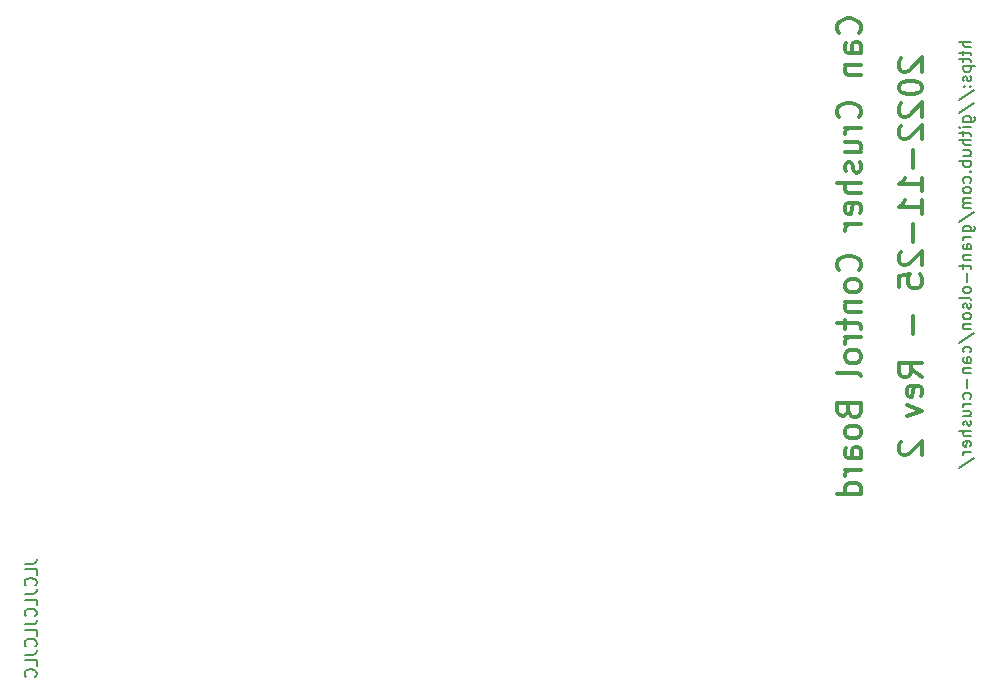
<source format=gbr>
%TF.GenerationSoftware,KiCad,Pcbnew,6.0.9-8da3e8f707~117~ubuntu22.04.1*%
%TF.CreationDate,2022-11-25T15:55:34-05:00*%
%TF.ProjectId,can-crusher,63616e2d-6372-4757-9368-65722e6b6963,2*%
%TF.SameCoordinates,Original*%
%TF.FileFunction,Legend,Bot*%
%TF.FilePolarity,Positive*%
%FSLAX46Y46*%
G04 Gerber Fmt 4.6, Leading zero omitted, Abs format (unit mm)*
G04 Created by KiCad (PCBNEW 6.0.9-8da3e8f707~117~ubuntu22.04.1) date 2022-11-25 15:55:34*
%MOMM*%
%LPD*%
G01*
G04 APERTURE LIST*
%ADD10C,0.150000*%
%ADD11C,0.300000*%
G04 APERTURE END LIST*
D10*
X112482380Y-100887202D02*
X113196666Y-100887202D01*
X113339523Y-100839583D01*
X113434761Y-100744345D01*
X113482380Y-100601488D01*
X113482380Y-100506250D01*
X113482380Y-101839583D02*
X113482380Y-101363392D01*
X112482380Y-101363392D01*
X113387142Y-102744345D02*
X113434761Y-102696726D01*
X113482380Y-102553869D01*
X113482380Y-102458630D01*
X113434761Y-102315773D01*
X113339523Y-102220535D01*
X113244285Y-102172916D01*
X113053809Y-102125297D01*
X112910952Y-102125297D01*
X112720476Y-102172916D01*
X112625238Y-102220535D01*
X112530000Y-102315773D01*
X112482380Y-102458630D01*
X112482380Y-102553869D01*
X112530000Y-102696726D01*
X112577619Y-102744345D01*
X112482380Y-103458630D02*
X113196666Y-103458630D01*
X113339523Y-103411011D01*
X113434761Y-103315773D01*
X113482380Y-103172916D01*
X113482380Y-103077678D01*
X113482380Y-104411011D02*
X113482380Y-103934821D01*
X112482380Y-103934821D01*
X113387142Y-105315773D02*
X113434761Y-105268154D01*
X113482380Y-105125297D01*
X113482380Y-105030059D01*
X113434761Y-104887202D01*
X113339523Y-104791964D01*
X113244285Y-104744345D01*
X113053809Y-104696726D01*
X112910952Y-104696726D01*
X112720476Y-104744345D01*
X112625238Y-104791964D01*
X112530000Y-104887202D01*
X112482380Y-105030059D01*
X112482380Y-105125297D01*
X112530000Y-105268154D01*
X112577619Y-105315773D01*
X112482380Y-106030059D02*
X113196666Y-106030059D01*
X113339523Y-105982440D01*
X113434761Y-105887202D01*
X113482380Y-105744345D01*
X113482380Y-105649107D01*
X113482380Y-106982440D02*
X113482380Y-106506250D01*
X112482380Y-106506250D01*
X113387142Y-107887202D02*
X113434761Y-107839583D01*
X113482380Y-107696726D01*
X113482380Y-107601488D01*
X113434761Y-107458630D01*
X113339523Y-107363392D01*
X113244285Y-107315773D01*
X113053809Y-107268154D01*
X112910952Y-107268154D01*
X112720476Y-107315773D01*
X112625238Y-107363392D01*
X112530000Y-107458630D01*
X112482380Y-107601488D01*
X112482380Y-107696726D01*
X112530000Y-107839583D01*
X112577619Y-107887202D01*
X112482380Y-108601488D02*
X113196666Y-108601488D01*
X113339523Y-108553869D01*
X113434761Y-108458630D01*
X113482380Y-108315773D01*
X113482380Y-108220535D01*
X113482380Y-109553869D02*
X113482380Y-109077678D01*
X112482380Y-109077678D01*
X113387142Y-110458630D02*
X113434761Y-110411011D01*
X113482380Y-110268154D01*
X113482380Y-110172916D01*
X113434761Y-110030059D01*
X113339523Y-109934821D01*
X113244285Y-109887202D01*
X113053809Y-109839583D01*
X112910952Y-109839583D01*
X112720476Y-109887202D01*
X112625238Y-109934821D01*
X112530000Y-110030059D01*
X112482380Y-110172916D01*
X112482380Y-110268154D01*
X112530000Y-110411011D01*
X112577619Y-110458630D01*
X192603380Y-56723619D02*
X191603380Y-56723619D01*
X192603380Y-57152190D02*
X192079571Y-57152190D01*
X191984333Y-57104571D01*
X191936714Y-57009333D01*
X191936714Y-56866476D01*
X191984333Y-56771238D01*
X192031952Y-56723619D01*
X191936714Y-57485523D02*
X191936714Y-57866476D01*
X191603380Y-57628380D02*
X192460523Y-57628380D01*
X192555761Y-57676000D01*
X192603380Y-57771238D01*
X192603380Y-57866476D01*
X191936714Y-58056952D02*
X191936714Y-58437904D01*
X191603380Y-58199809D02*
X192460523Y-58199809D01*
X192555761Y-58247428D01*
X192603380Y-58342666D01*
X192603380Y-58437904D01*
X191936714Y-58771238D02*
X192936714Y-58771238D01*
X191984333Y-58771238D02*
X191936714Y-58866476D01*
X191936714Y-59056952D01*
X191984333Y-59152190D01*
X192031952Y-59199809D01*
X192127190Y-59247428D01*
X192412904Y-59247428D01*
X192508142Y-59199809D01*
X192555761Y-59152190D01*
X192603380Y-59056952D01*
X192603380Y-58866476D01*
X192555761Y-58771238D01*
X192555761Y-59628380D02*
X192603380Y-59723619D01*
X192603380Y-59914095D01*
X192555761Y-60009333D01*
X192460523Y-60056952D01*
X192412904Y-60056952D01*
X192317666Y-60009333D01*
X192270047Y-59914095D01*
X192270047Y-59771238D01*
X192222428Y-59676000D01*
X192127190Y-59628380D01*
X192079571Y-59628380D01*
X191984333Y-59676000D01*
X191936714Y-59771238D01*
X191936714Y-59914095D01*
X191984333Y-60009333D01*
X192508142Y-60485523D02*
X192555761Y-60533142D01*
X192603380Y-60485523D01*
X192555761Y-60437904D01*
X192508142Y-60485523D01*
X192603380Y-60485523D01*
X191984333Y-60485523D02*
X192031952Y-60533142D01*
X192079571Y-60485523D01*
X192031952Y-60437904D01*
X191984333Y-60485523D01*
X192079571Y-60485523D01*
X191555761Y-61676000D02*
X192841476Y-60818857D01*
X191555761Y-62723619D02*
X192841476Y-61866476D01*
X191936714Y-63485523D02*
X192746238Y-63485523D01*
X192841476Y-63437904D01*
X192889095Y-63390285D01*
X192936714Y-63295047D01*
X192936714Y-63152190D01*
X192889095Y-63056952D01*
X192555761Y-63485523D02*
X192603380Y-63390285D01*
X192603380Y-63199809D01*
X192555761Y-63104571D01*
X192508142Y-63056952D01*
X192412904Y-63009333D01*
X192127190Y-63009333D01*
X192031952Y-63056952D01*
X191984333Y-63104571D01*
X191936714Y-63199809D01*
X191936714Y-63390285D01*
X191984333Y-63485523D01*
X192603380Y-63961714D02*
X191936714Y-63961714D01*
X191603380Y-63961714D02*
X191651000Y-63914095D01*
X191698619Y-63961714D01*
X191651000Y-64009333D01*
X191603380Y-63961714D01*
X191698619Y-63961714D01*
X191936714Y-64295047D02*
X191936714Y-64676000D01*
X191603380Y-64437904D02*
X192460523Y-64437904D01*
X192555761Y-64485523D01*
X192603380Y-64580761D01*
X192603380Y-64676000D01*
X192603380Y-65009333D02*
X191603380Y-65009333D01*
X192603380Y-65437904D02*
X192079571Y-65437904D01*
X191984333Y-65390285D01*
X191936714Y-65295047D01*
X191936714Y-65152190D01*
X191984333Y-65056952D01*
X192031952Y-65009333D01*
X191936714Y-66342666D02*
X192603380Y-66342666D01*
X191936714Y-65914095D02*
X192460523Y-65914095D01*
X192555761Y-65961714D01*
X192603380Y-66056952D01*
X192603380Y-66199809D01*
X192555761Y-66295047D01*
X192508142Y-66342666D01*
X192603380Y-66818857D02*
X191603380Y-66818857D01*
X191984333Y-66818857D02*
X191936714Y-66914095D01*
X191936714Y-67104571D01*
X191984333Y-67199809D01*
X192031952Y-67247428D01*
X192127190Y-67295047D01*
X192412904Y-67295047D01*
X192508142Y-67247428D01*
X192555761Y-67199809D01*
X192603380Y-67104571D01*
X192603380Y-66914095D01*
X192555761Y-66818857D01*
X192508142Y-67723619D02*
X192555761Y-67771238D01*
X192603380Y-67723619D01*
X192555761Y-67676000D01*
X192508142Y-67723619D01*
X192603380Y-67723619D01*
X192555761Y-68628380D02*
X192603380Y-68533142D01*
X192603380Y-68342666D01*
X192555761Y-68247428D01*
X192508142Y-68199809D01*
X192412904Y-68152190D01*
X192127190Y-68152190D01*
X192031952Y-68199809D01*
X191984333Y-68247428D01*
X191936714Y-68342666D01*
X191936714Y-68533142D01*
X191984333Y-68628380D01*
X192603380Y-69199809D02*
X192555761Y-69104571D01*
X192508142Y-69056952D01*
X192412904Y-69009333D01*
X192127190Y-69009333D01*
X192031952Y-69056952D01*
X191984333Y-69104571D01*
X191936714Y-69199809D01*
X191936714Y-69342666D01*
X191984333Y-69437904D01*
X192031952Y-69485523D01*
X192127190Y-69533142D01*
X192412904Y-69533142D01*
X192508142Y-69485523D01*
X192555761Y-69437904D01*
X192603380Y-69342666D01*
X192603380Y-69199809D01*
X192603380Y-69961714D02*
X191936714Y-69961714D01*
X192031952Y-69961714D02*
X191984333Y-70009333D01*
X191936714Y-70104571D01*
X191936714Y-70247428D01*
X191984333Y-70342666D01*
X192079571Y-70390285D01*
X192603380Y-70390285D01*
X192079571Y-70390285D02*
X191984333Y-70437904D01*
X191936714Y-70533142D01*
X191936714Y-70676000D01*
X191984333Y-70771238D01*
X192079571Y-70818857D01*
X192603380Y-70818857D01*
X191555761Y-72009333D02*
X192841476Y-71152190D01*
X191936714Y-72771238D02*
X192746238Y-72771238D01*
X192841476Y-72723619D01*
X192889095Y-72676000D01*
X192936714Y-72580761D01*
X192936714Y-72437904D01*
X192889095Y-72342666D01*
X192555761Y-72771238D02*
X192603380Y-72676000D01*
X192603380Y-72485523D01*
X192555761Y-72390285D01*
X192508142Y-72342666D01*
X192412904Y-72295047D01*
X192127190Y-72295047D01*
X192031952Y-72342666D01*
X191984333Y-72390285D01*
X191936714Y-72485523D01*
X191936714Y-72676000D01*
X191984333Y-72771238D01*
X192603380Y-73247428D02*
X191936714Y-73247428D01*
X192127190Y-73247428D02*
X192031952Y-73295047D01*
X191984333Y-73342666D01*
X191936714Y-73437904D01*
X191936714Y-73533142D01*
X192603380Y-74295047D02*
X192079571Y-74295047D01*
X191984333Y-74247428D01*
X191936714Y-74152190D01*
X191936714Y-73961714D01*
X191984333Y-73866476D01*
X192555761Y-74295047D02*
X192603380Y-74199809D01*
X192603380Y-73961714D01*
X192555761Y-73866476D01*
X192460523Y-73818857D01*
X192365285Y-73818857D01*
X192270047Y-73866476D01*
X192222428Y-73961714D01*
X192222428Y-74199809D01*
X192174809Y-74295047D01*
X191936714Y-74771238D02*
X192603380Y-74771238D01*
X192031952Y-74771238D02*
X191984333Y-74818857D01*
X191936714Y-74914095D01*
X191936714Y-75056952D01*
X191984333Y-75152190D01*
X192079571Y-75199809D01*
X192603380Y-75199809D01*
X191936714Y-75533142D02*
X191936714Y-75914095D01*
X191603380Y-75676000D02*
X192460523Y-75676000D01*
X192555761Y-75723619D01*
X192603380Y-75818857D01*
X192603380Y-75914095D01*
X192222428Y-76247428D02*
X192222428Y-77009333D01*
X192603380Y-77628380D02*
X192555761Y-77533142D01*
X192508142Y-77485523D01*
X192412904Y-77437904D01*
X192127190Y-77437904D01*
X192031952Y-77485523D01*
X191984333Y-77533142D01*
X191936714Y-77628380D01*
X191936714Y-77771238D01*
X191984333Y-77866476D01*
X192031952Y-77914095D01*
X192127190Y-77961714D01*
X192412904Y-77961714D01*
X192508142Y-77914095D01*
X192555761Y-77866476D01*
X192603380Y-77771238D01*
X192603380Y-77628380D01*
X192603380Y-78533142D02*
X192555761Y-78437904D01*
X192460523Y-78390285D01*
X191603380Y-78390285D01*
X192555761Y-78866476D02*
X192603380Y-78961714D01*
X192603380Y-79152190D01*
X192555761Y-79247428D01*
X192460523Y-79295047D01*
X192412904Y-79295047D01*
X192317666Y-79247428D01*
X192270047Y-79152190D01*
X192270047Y-79009333D01*
X192222428Y-78914095D01*
X192127190Y-78866476D01*
X192079571Y-78866476D01*
X191984333Y-78914095D01*
X191936714Y-79009333D01*
X191936714Y-79152190D01*
X191984333Y-79247428D01*
X192603380Y-79866476D02*
X192555761Y-79771238D01*
X192508142Y-79723619D01*
X192412904Y-79676000D01*
X192127190Y-79676000D01*
X192031952Y-79723619D01*
X191984333Y-79771238D01*
X191936714Y-79866476D01*
X191936714Y-80009333D01*
X191984333Y-80104571D01*
X192031952Y-80152190D01*
X192127190Y-80199809D01*
X192412904Y-80199809D01*
X192508142Y-80152190D01*
X192555761Y-80104571D01*
X192603380Y-80009333D01*
X192603380Y-79866476D01*
X191936714Y-80628380D02*
X192603380Y-80628380D01*
X192031952Y-80628380D02*
X191984333Y-80676000D01*
X191936714Y-80771238D01*
X191936714Y-80914095D01*
X191984333Y-81009333D01*
X192079571Y-81056952D01*
X192603380Y-81056952D01*
X191555761Y-82247428D02*
X192841476Y-81390285D01*
X192555761Y-83009333D02*
X192603380Y-82914095D01*
X192603380Y-82723619D01*
X192555761Y-82628380D01*
X192508142Y-82580761D01*
X192412904Y-82533142D01*
X192127190Y-82533142D01*
X192031952Y-82580761D01*
X191984333Y-82628380D01*
X191936714Y-82723619D01*
X191936714Y-82914095D01*
X191984333Y-83009333D01*
X192603380Y-83866476D02*
X192079571Y-83866476D01*
X191984333Y-83818857D01*
X191936714Y-83723619D01*
X191936714Y-83533142D01*
X191984333Y-83437904D01*
X192555761Y-83866476D02*
X192603380Y-83771238D01*
X192603380Y-83533142D01*
X192555761Y-83437904D01*
X192460523Y-83390285D01*
X192365285Y-83390285D01*
X192270047Y-83437904D01*
X192222428Y-83533142D01*
X192222428Y-83771238D01*
X192174809Y-83866476D01*
X191936714Y-84342666D02*
X192603380Y-84342666D01*
X192031952Y-84342666D02*
X191984333Y-84390285D01*
X191936714Y-84485523D01*
X191936714Y-84628380D01*
X191984333Y-84723619D01*
X192079571Y-84771238D01*
X192603380Y-84771238D01*
X192222428Y-85247428D02*
X192222428Y-86009333D01*
X192555761Y-86914095D02*
X192603380Y-86818857D01*
X192603380Y-86628380D01*
X192555761Y-86533142D01*
X192508142Y-86485523D01*
X192412904Y-86437904D01*
X192127190Y-86437904D01*
X192031952Y-86485523D01*
X191984333Y-86533142D01*
X191936714Y-86628380D01*
X191936714Y-86818857D01*
X191984333Y-86914095D01*
X192603380Y-87342666D02*
X191936714Y-87342666D01*
X192127190Y-87342666D02*
X192031952Y-87390285D01*
X191984333Y-87437904D01*
X191936714Y-87533142D01*
X191936714Y-87628380D01*
X191936714Y-88390285D02*
X192603380Y-88390285D01*
X191936714Y-87961714D02*
X192460523Y-87961714D01*
X192555761Y-88009333D01*
X192603380Y-88104571D01*
X192603380Y-88247428D01*
X192555761Y-88342666D01*
X192508142Y-88390285D01*
X192555761Y-88818857D02*
X192603380Y-88914095D01*
X192603380Y-89104571D01*
X192555761Y-89199809D01*
X192460523Y-89247428D01*
X192412904Y-89247428D01*
X192317666Y-89199809D01*
X192270047Y-89104571D01*
X192270047Y-88961714D01*
X192222428Y-88866476D01*
X192127190Y-88818857D01*
X192079571Y-88818857D01*
X191984333Y-88866476D01*
X191936714Y-88961714D01*
X191936714Y-89104571D01*
X191984333Y-89199809D01*
X192603380Y-89676000D02*
X191603380Y-89676000D01*
X192603380Y-90104571D02*
X192079571Y-90104571D01*
X191984333Y-90056952D01*
X191936714Y-89961714D01*
X191936714Y-89818857D01*
X191984333Y-89723619D01*
X192031952Y-89676000D01*
X192555761Y-90961714D02*
X192603380Y-90866476D01*
X192603380Y-90676000D01*
X192555761Y-90580761D01*
X192460523Y-90533142D01*
X192079571Y-90533142D01*
X191984333Y-90580761D01*
X191936714Y-90676000D01*
X191936714Y-90866476D01*
X191984333Y-90961714D01*
X192079571Y-91009333D01*
X192174809Y-91009333D01*
X192270047Y-90533142D01*
X192603380Y-91437904D02*
X191936714Y-91437904D01*
X192127190Y-91437904D02*
X192031952Y-91485523D01*
X191984333Y-91533142D01*
X191936714Y-91628380D01*
X191936714Y-91723619D01*
X191555761Y-92771238D02*
X192841476Y-91914095D01*
D11*
X183086285Y-55977619D02*
X183181523Y-55882380D01*
X183276761Y-55596666D01*
X183276761Y-55406190D01*
X183181523Y-55120476D01*
X182991047Y-54930000D01*
X182800571Y-54834761D01*
X182419619Y-54739523D01*
X182133904Y-54739523D01*
X181752952Y-54834761D01*
X181562476Y-54930000D01*
X181372000Y-55120476D01*
X181276761Y-55406190D01*
X181276761Y-55596666D01*
X181372000Y-55882380D01*
X181467238Y-55977619D01*
X183276761Y-57691904D02*
X182229142Y-57691904D01*
X182038666Y-57596666D01*
X181943428Y-57406190D01*
X181943428Y-57025238D01*
X182038666Y-56834761D01*
X183181523Y-57691904D02*
X183276761Y-57501428D01*
X183276761Y-57025238D01*
X183181523Y-56834761D01*
X182991047Y-56739523D01*
X182800571Y-56739523D01*
X182610095Y-56834761D01*
X182514857Y-57025238D01*
X182514857Y-57501428D01*
X182419619Y-57691904D01*
X181943428Y-58644285D02*
X183276761Y-58644285D01*
X182133904Y-58644285D02*
X182038666Y-58739523D01*
X181943428Y-58930000D01*
X181943428Y-59215714D01*
X182038666Y-59406190D01*
X182229142Y-59501428D01*
X183276761Y-59501428D01*
X183086285Y-63120476D02*
X183181523Y-63025238D01*
X183276761Y-62739523D01*
X183276761Y-62549047D01*
X183181523Y-62263333D01*
X182991047Y-62072857D01*
X182800571Y-61977619D01*
X182419619Y-61882380D01*
X182133904Y-61882380D01*
X181752952Y-61977619D01*
X181562476Y-62072857D01*
X181372000Y-62263333D01*
X181276761Y-62549047D01*
X181276761Y-62739523D01*
X181372000Y-63025238D01*
X181467238Y-63120476D01*
X183276761Y-63977619D02*
X181943428Y-63977619D01*
X182324380Y-63977619D02*
X182133904Y-64072857D01*
X182038666Y-64168095D01*
X181943428Y-64358571D01*
X181943428Y-64549047D01*
X181943428Y-66072857D02*
X183276761Y-66072857D01*
X181943428Y-65215714D02*
X182991047Y-65215714D01*
X183181523Y-65310952D01*
X183276761Y-65501428D01*
X183276761Y-65787142D01*
X183181523Y-65977619D01*
X183086285Y-66072857D01*
X183181523Y-66929999D02*
X183276761Y-67120476D01*
X183276761Y-67501428D01*
X183181523Y-67691904D01*
X182991047Y-67787142D01*
X182895809Y-67787142D01*
X182705333Y-67691904D01*
X182610095Y-67501428D01*
X182610095Y-67215714D01*
X182514857Y-67025238D01*
X182324380Y-66929999D01*
X182229142Y-66929999D01*
X182038666Y-67025238D01*
X181943428Y-67215714D01*
X181943428Y-67501428D01*
X182038666Y-67691904D01*
X183276761Y-68644285D02*
X181276761Y-68644285D01*
X183276761Y-69501428D02*
X182229142Y-69501428D01*
X182038666Y-69406190D01*
X181943428Y-69215714D01*
X181943428Y-68929999D01*
X182038666Y-68739523D01*
X182133904Y-68644285D01*
X183181523Y-71215714D02*
X183276761Y-71025238D01*
X183276761Y-70644285D01*
X183181523Y-70453809D01*
X182991047Y-70358571D01*
X182229142Y-70358571D01*
X182038666Y-70453809D01*
X181943428Y-70644285D01*
X181943428Y-71025238D01*
X182038666Y-71215714D01*
X182229142Y-71310952D01*
X182419619Y-71310952D01*
X182610095Y-70358571D01*
X183276761Y-72168095D02*
X181943428Y-72168095D01*
X182324380Y-72168095D02*
X182133904Y-72263333D01*
X182038666Y-72358571D01*
X181943428Y-72549047D01*
X181943428Y-72739523D01*
X183086285Y-76072857D02*
X183181523Y-75977619D01*
X183276761Y-75691904D01*
X183276761Y-75501428D01*
X183181523Y-75215714D01*
X182991047Y-75025238D01*
X182800571Y-74929999D01*
X182419619Y-74834761D01*
X182133904Y-74834761D01*
X181752952Y-74929999D01*
X181562476Y-75025238D01*
X181372000Y-75215714D01*
X181276761Y-75501428D01*
X181276761Y-75691904D01*
X181372000Y-75977619D01*
X181467238Y-76072857D01*
X183276761Y-77215714D02*
X183181523Y-77025238D01*
X183086285Y-76929999D01*
X182895809Y-76834761D01*
X182324380Y-76834761D01*
X182133904Y-76929999D01*
X182038666Y-77025238D01*
X181943428Y-77215714D01*
X181943428Y-77501428D01*
X182038666Y-77691904D01*
X182133904Y-77787142D01*
X182324380Y-77882380D01*
X182895809Y-77882380D01*
X183086285Y-77787142D01*
X183181523Y-77691904D01*
X183276761Y-77501428D01*
X183276761Y-77215714D01*
X181943428Y-78739523D02*
X183276761Y-78739523D01*
X182133904Y-78739523D02*
X182038666Y-78834761D01*
X181943428Y-79025238D01*
X181943428Y-79310952D01*
X182038666Y-79501428D01*
X182229142Y-79596666D01*
X183276761Y-79596666D01*
X181943428Y-80263333D02*
X181943428Y-81025238D01*
X181276761Y-80549047D02*
X182991047Y-80549047D01*
X183181523Y-80644285D01*
X183276761Y-80834761D01*
X183276761Y-81025238D01*
X183276761Y-81691904D02*
X181943428Y-81691904D01*
X182324380Y-81691904D02*
X182133904Y-81787142D01*
X182038666Y-81882380D01*
X181943428Y-82072857D01*
X181943428Y-82263333D01*
X183276761Y-83215714D02*
X183181523Y-83025238D01*
X183086285Y-82929999D01*
X182895809Y-82834761D01*
X182324380Y-82834761D01*
X182133904Y-82929999D01*
X182038666Y-83025238D01*
X181943428Y-83215714D01*
X181943428Y-83501428D01*
X182038666Y-83691904D01*
X182133904Y-83787142D01*
X182324380Y-83882380D01*
X182895809Y-83882380D01*
X183086285Y-83787142D01*
X183181523Y-83691904D01*
X183276761Y-83501428D01*
X183276761Y-83215714D01*
X183276761Y-85025238D02*
X183181523Y-84834761D01*
X182991047Y-84739523D01*
X181276761Y-84739523D01*
X182229142Y-87977619D02*
X182324380Y-88263333D01*
X182419619Y-88358571D01*
X182610095Y-88453809D01*
X182895809Y-88453809D01*
X183086285Y-88358571D01*
X183181523Y-88263333D01*
X183276761Y-88072857D01*
X183276761Y-87310952D01*
X181276761Y-87310952D01*
X181276761Y-87977619D01*
X181372000Y-88168095D01*
X181467238Y-88263333D01*
X181657714Y-88358571D01*
X181848190Y-88358571D01*
X182038666Y-88263333D01*
X182133904Y-88168095D01*
X182229142Y-87977619D01*
X182229142Y-87310952D01*
X183276761Y-89596666D02*
X183181523Y-89406190D01*
X183086285Y-89310952D01*
X182895809Y-89215714D01*
X182324380Y-89215714D01*
X182133904Y-89310952D01*
X182038666Y-89406190D01*
X181943428Y-89596666D01*
X181943428Y-89882380D01*
X182038666Y-90072857D01*
X182133904Y-90168095D01*
X182324380Y-90263333D01*
X182895809Y-90263333D01*
X183086285Y-90168095D01*
X183181523Y-90072857D01*
X183276761Y-89882380D01*
X183276761Y-89596666D01*
X183276761Y-91977619D02*
X182229142Y-91977619D01*
X182038666Y-91882380D01*
X181943428Y-91691904D01*
X181943428Y-91310952D01*
X182038666Y-91120476D01*
X183181523Y-91977619D02*
X183276761Y-91787142D01*
X183276761Y-91310952D01*
X183181523Y-91120476D01*
X182991047Y-91025238D01*
X182800571Y-91025238D01*
X182610095Y-91120476D01*
X182514857Y-91310952D01*
X182514857Y-91787142D01*
X182419619Y-91977619D01*
X183276761Y-92929999D02*
X181943428Y-92929999D01*
X182324380Y-92929999D02*
X182133904Y-93025238D01*
X182038666Y-93120476D01*
X181943428Y-93310952D01*
X181943428Y-93501428D01*
X183276761Y-95025238D02*
X181276761Y-95025238D01*
X183181523Y-95025238D02*
X183276761Y-94834761D01*
X183276761Y-94453809D01*
X183181523Y-94263333D01*
X183086285Y-94168095D01*
X182895809Y-94072857D01*
X182324380Y-94072857D01*
X182133904Y-94168095D01*
X182038666Y-94263333D01*
X181943428Y-94453809D01*
X181943428Y-94834761D01*
X182038666Y-95025238D01*
X186674238Y-58120476D02*
X186579000Y-58215714D01*
X186483761Y-58406190D01*
X186483761Y-58882380D01*
X186579000Y-59072857D01*
X186674238Y-59168095D01*
X186864714Y-59263333D01*
X187055190Y-59263333D01*
X187340904Y-59168095D01*
X188483761Y-58025238D01*
X188483761Y-59263333D01*
X186483761Y-60501428D02*
X186483761Y-60691904D01*
X186579000Y-60882380D01*
X186674238Y-60977619D01*
X186864714Y-61072857D01*
X187245666Y-61168095D01*
X187721857Y-61168095D01*
X188102809Y-61072857D01*
X188293285Y-60977619D01*
X188388523Y-60882380D01*
X188483761Y-60691904D01*
X188483761Y-60501428D01*
X188388523Y-60310952D01*
X188293285Y-60215714D01*
X188102809Y-60120476D01*
X187721857Y-60025238D01*
X187245666Y-60025238D01*
X186864714Y-60120476D01*
X186674238Y-60215714D01*
X186579000Y-60310952D01*
X186483761Y-60501428D01*
X186674238Y-61929999D02*
X186579000Y-62025238D01*
X186483761Y-62215714D01*
X186483761Y-62691904D01*
X186579000Y-62882380D01*
X186674238Y-62977619D01*
X186864714Y-63072857D01*
X187055190Y-63072857D01*
X187340904Y-62977619D01*
X188483761Y-61834761D01*
X188483761Y-63072857D01*
X186674238Y-63834761D02*
X186579000Y-63929999D01*
X186483761Y-64120476D01*
X186483761Y-64596666D01*
X186579000Y-64787142D01*
X186674238Y-64882380D01*
X186864714Y-64977619D01*
X187055190Y-64977619D01*
X187340904Y-64882380D01*
X188483761Y-63739523D01*
X188483761Y-64977619D01*
X187721857Y-65834761D02*
X187721857Y-67358571D01*
X188483761Y-69358571D02*
X188483761Y-68215714D01*
X188483761Y-68787142D02*
X186483761Y-68787142D01*
X186769476Y-68596666D01*
X186959952Y-68406190D01*
X187055190Y-68215714D01*
X188483761Y-71263333D02*
X188483761Y-70120476D01*
X188483761Y-70691904D02*
X186483761Y-70691904D01*
X186769476Y-70501428D01*
X186959952Y-70310952D01*
X187055190Y-70120476D01*
X187721857Y-72120476D02*
X187721857Y-73644285D01*
X186674238Y-74501428D02*
X186579000Y-74596666D01*
X186483761Y-74787142D01*
X186483761Y-75263333D01*
X186579000Y-75453809D01*
X186674238Y-75549047D01*
X186864714Y-75644285D01*
X187055190Y-75644285D01*
X187340904Y-75549047D01*
X188483761Y-74406190D01*
X188483761Y-75644285D01*
X186483761Y-77453809D02*
X186483761Y-76501428D01*
X187436142Y-76406190D01*
X187340904Y-76501428D01*
X187245666Y-76691904D01*
X187245666Y-77168095D01*
X187340904Y-77358571D01*
X187436142Y-77453809D01*
X187626619Y-77549047D01*
X188102809Y-77549047D01*
X188293285Y-77453809D01*
X188388523Y-77358571D01*
X188483761Y-77168095D01*
X188483761Y-76691904D01*
X188388523Y-76501428D01*
X188293285Y-76406190D01*
X187721857Y-79929999D02*
X187721857Y-81453809D01*
X188483761Y-85072857D02*
X187531380Y-84406190D01*
X188483761Y-83929999D02*
X186483761Y-83929999D01*
X186483761Y-84691904D01*
X186579000Y-84882380D01*
X186674238Y-84977619D01*
X186864714Y-85072857D01*
X187150428Y-85072857D01*
X187340904Y-84977619D01*
X187436142Y-84882380D01*
X187531380Y-84691904D01*
X187531380Y-83929999D01*
X188388523Y-86691904D02*
X188483761Y-86501428D01*
X188483761Y-86120476D01*
X188388523Y-85929999D01*
X188198047Y-85834761D01*
X187436142Y-85834761D01*
X187245666Y-85929999D01*
X187150428Y-86120476D01*
X187150428Y-86501428D01*
X187245666Y-86691904D01*
X187436142Y-86787142D01*
X187626619Y-86787142D01*
X187817095Y-85834761D01*
X187150428Y-87453809D02*
X188483761Y-87929999D01*
X187150428Y-88406190D01*
X186674238Y-90596666D02*
X186579000Y-90691904D01*
X186483761Y-90882380D01*
X186483761Y-91358571D01*
X186579000Y-91549047D01*
X186674238Y-91644285D01*
X186864714Y-91739523D01*
X187055190Y-91739523D01*
X187340904Y-91644285D01*
X188483761Y-90501428D01*
X188483761Y-91739523D01*
M02*

</source>
